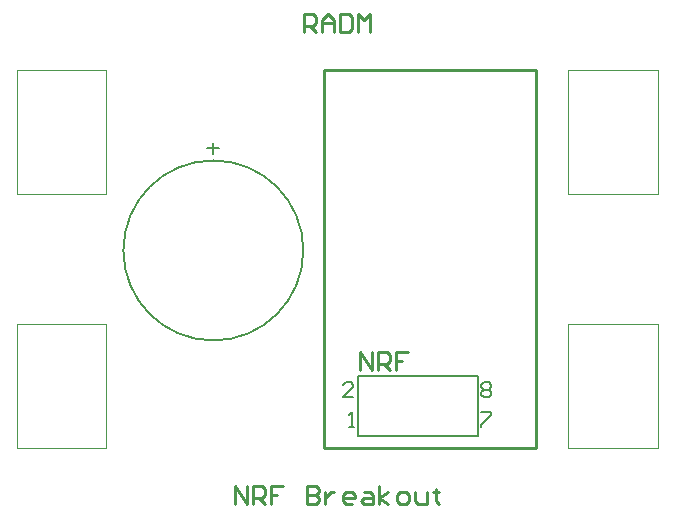
<source format=gbr>
%TF.GenerationSoftware,Altium Limited,Altium Designer,21.8.1 (53)*%
G04 Layer_Color=65535*
%FSLAX43Y43*%
%MOMM*%
%TF.SameCoordinates,7B22A04A-8AF3-4E57-AB0C-0AC604AFDBEB*%
%TF.FilePolarity,Positive*%
%TF.FileFunction,Legend,Top*%
%TF.Part,Single*%
G01*
G75*
%TA.AperFunction,NonConductor*%
%ADD10C,0.203*%
%ADD11C,0.254*%
%ADD23C,0.200*%
%ADD24C,0.100*%
%ADD25C,0.150*%
D10*
X30478Y11802D02*
X29632D01*
X30478Y12648D01*
Y12860D01*
X30267Y13072D01*
X29844D01*
X29632Y12860D01*
X30140Y9262D02*
X30563D01*
X30352D01*
Y10532D01*
X30140Y10320D01*
X41316Y10532D02*
X42162D01*
Y10320D01*
X41316Y9474D01*
Y9262D01*
Y12860D02*
X41528Y13072D01*
X41951D01*
X42162Y12860D01*
Y12648D01*
X41951Y12437D01*
X42162Y12225D01*
Y12014D01*
X41951Y11802D01*
X41528D01*
X41316Y12014D01*
Y12225D01*
X41528Y12437D01*
X41316Y12648D01*
Y12860D01*
X41528Y12437D02*
X41951D01*
D11*
X46000Y7500D02*
Y39500D01*
X28000D02*
X46000D01*
X28000Y7500D02*
Y39500D01*
Y7500D02*
X46000D01*
X31029Y14088D02*
Y15612D01*
X32045Y14088D01*
Y15612D01*
X32553Y14088D02*
Y15612D01*
X33314D01*
X33568Y15358D01*
Y14850D01*
X33314Y14596D01*
X32553D01*
X33060D02*
X33568Y14088D01*
X35092Y15612D02*
X34076D01*
Y14850D01*
X34584D01*
X34076D01*
Y14088D01*
X20517Y2738D02*
Y4262D01*
X21532Y2738D01*
Y4262D01*
X22040Y2738D02*
Y4262D01*
X22802D01*
X23056Y4008D01*
Y3500D01*
X22802Y3246D01*
X22040D01*
X22548D02*
X23056Y2738D01*
X24579Y4262D02*
X23564D01*
Y3500D01*
X24072D01*
X23564D01*
Y2738D01*
X26611Y4262D02*
Y2738D01*
X27373D01*
X27626Y2992D01*
Y3246D01*
X27373Y3500D01*
X26611D01*
X27373D01*
X27626Y3754D01*
Y4008D01*
X27373Y4262D01*
X26611D01*
X28134Y3754D02*
Y2738D01*
Y3246D01*
X28388Y3500D01*
X28642Y3754D01*
X28896D01*
X30420Y2738D02*
X29912D01*
X29658Y2992D01*
Y3500D01*
X29912Y3754D01*
X30420D01*
X30674Y3500D01*
Y3246D01*
X29658D01*
X31435Y3754D02*
X31943D01*
X32197Y3500D01*
Y2738D01*
X31435D01*
X31181Y2992D01*
X31435Y3246D01*
X32197D01*
X32705Y2738D02*
Y4262D01*
Y3246D02*
X33467Y3754D01*
X32705Y3246D02*
X33467Y2738D01*
X34482D02*
X34990D01*
X35244Y2992D01*
Y3500D01*
X34990Y3754D01*
X34482D01*
X34228Y3500D01*
Y2992D01*
X34482Y2738D01*
X35752Y3754D02*
Y2992D01*
X36006Y2738D01*
X36768D01*
Y3754D01*
X37529Y4008D02*
Y3754D01*
X37275D01*
X37783D01*
X37529D01*
Y2992D01*
X37783Y2738D01*
X26357Y42738D02*
Y44262D01*
X27119D01*
X27373Y44008D01*
Y43500D01*
X27119Y43246D01*
X26357D01*
X26865D02*
X27373Y42738D01*
X27880D02*
Y43754D01*
X28388Y44262D01*
X28896Y43754D01*
Y42738D01*
Y43500D01*
X27880D01*
X29404Y44262D02*
Y42738D01*
X30166D01*
X30420Y42992D01*
Y44008D01*
X30166Y44262D01*
X29404D01*
X30927Y42738D02*
Y44262D01*
X31435Y43754D01*
X31943Y44262D01*
Y42738D01*
D23*
X26270Y24220D02*
G03*
X26270Y24220I-7620J0D01*
G01*
X30902Y8500D02*
X41062D01*
X30902Y13580D02*
X41062D01*
X30902Y8500D02*
Y13580D01*
X41062Y8500D02*
Y13580D01*
D24*
X56300Y7500D02*
Y18000D01*
X48700Y7500D02*
X56300D01*
X48700D02*
Y18000D01*
X56300D01*
X2000Y29000D02*
Y39500D01*
X9600D01*
Y29000D02*
Y39500D01*
X2000Y29000D02*
X9600D01*
X56300D02*
Y39500D01*
X48700Y29000D02*
X56300D01*
X48700D02*
Y39500D01*
X56300D01*
X2000Y7500D02*
Y18000D01*
X9600D01*
Y7500D02*
Y18000D01*
X2000Y7500D02*
X9600D01*
D25*
X18637Y32352D02*
Y33352D01*
X18137Y32852D02*
X19137D01*
%TF.MD5,e8d3398836ecd39fe046997559a6fbae*%
M02*

</source>
